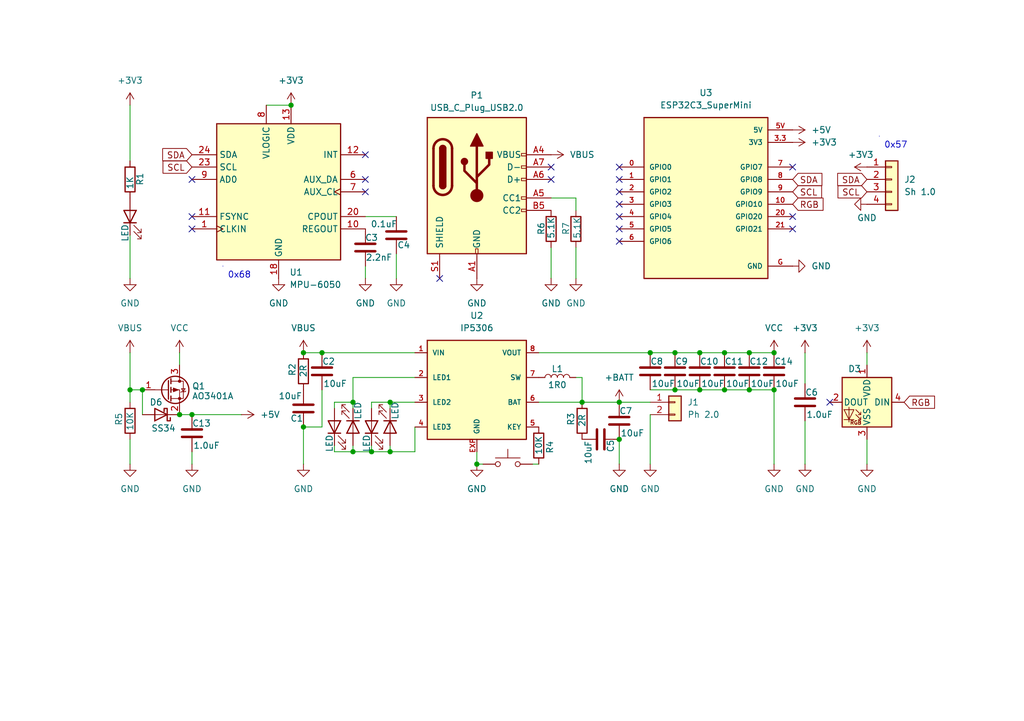
<source format=kicad_sch>
(kicad_sch (version 20231120) (generator "eeschema") (generator_version "8.0")
  (paper "A5")
  (lib_symbols
    (symbol "Connector:USB_C_Plug_USB2.0" (pin_names (offset 1.016))
      (property "Reference" "P1" (at 0 14.732 0))
      (property "Value" "USB_C_Plug_USB2.0" (at 0 12.192 0))
      (symbol "USB_C_Plug_USB2.0_0_0"
        (rectangle (start -0.254 -17.78) (end 0.254 -16.764))
        (rectangle (start 10.16 -8.636) (end 9.144 -9.144))
        (rectangle (start 10.16 -6.096) (end 9.144 -6.604))
        (rectangle (start 10.16 -2.286) (end 9.144 -2.794))
        (rectangle (start 10.16 0.254) (end 9.144 -0.254))
        (rectangle (start 10.16 2.794) (end 9.144 2.286))
      )
      (symbol "USB_C_Plug_USB2.0_0_1"
        (rectangle (start -10.16 10.16) (end 10.16 -17.78) (stroke (width 0.254)) (fill (type background)))
        (arc (start -8.89 -3.81) (mid -6.985 -5.7067) (end -5.08 -3.81) (stroke (width 0.508)))
        (arc (start -7.62 -3.81) (mid -6.985 -4.4423) (end -6.35 -3.81) (stroke (width 0.254)))
        (arc (start -7.62 -3.81) (mid -6.985 -4.4423) (end -6.35 -3.81) (stroke (width 0.254)) (fill (type outline)))
        (rectangle (start -7.62 -3.81) (end -6.35 3.81) (stroke (width 0.254)) (fill (type outline)))
        (arc (start -6.35 3.81) (mid -6.985 4.4423) (end -7.62 3.81) (stroke (width 0.254)))
        (arc (start -6.35 3.81) (mid -6.985 4.4423) (end -7.62 3.81) (stroke (width 0.254)) (fill (type outline)))
        (arc (start -5.08 3.81) (mid -6.985 5.7067) (end -8.89 3.81) (stroke (width 0.508)))
        (circle (center -2.54 1.143) (radius 0.635) (stroke (width 0.254)) (fill (type outline)))
        (circle (center 0 -5.842) (radius 1.27) (fill (type outline)))
        (polyline (pts (xy -8.89 -3.81) (xy -8.89 3.81)) (stroke (width 0.508)))
        (polyline (pts (xy -5.08 3.81) (xy -5.08 -3.81)) (stroke (width 0.508)))
        (polyline (pts (xy 0 -5.842) (xy 0 4.318)) (stroke (width 0.508)))
        (polyline (pts (xy 0 -3.302) (xy -2.54 -0.762) (xy -2.54 0.508)) (stroke (width 0.508)))
        (polyline (pts (xy 0 -2.032) (xy 2.54 0.508) (xy 2.54 1.778)) (stroke (width 0.508)))
        (polyline (pts (xy -1.27 4.318) (xy 0 6.858) (xy 1.27 4.318) (xy -1.27 4.318)) (stroke (width 0.254)) (fill (type outline)))
        (rectangle (start 1.905 1.778) (end 3.175 3.048) (stroke (width 0.254)) (fill (type outline)))
      )
      (symbol "USB_C_Plug_USB2.0_1_1"
        (pin passive line (at 0 -22.86 90) (length 5.08) (name "GND") (number "A1"))
        (pin passive line (at 0 -22.86 90) (length 5.08) hide (name "GND") (number "A12"))
        (pin passive line (at 15.24 2.54 180) (length 5.08) (name "VBUS") (number "A4"))
        (pin bidirectional line (at 15.24 -6.35 180) (length 5.08) (name "CC1") (number "A5"))
        (pin bidirectional line (at 15.24 -2.54 180) (length 5.08) (name "D+") (number "A6"))
        (pin bidirectional line (at 15.24 0 180) (length 5.08) (name "D-") (number "A7"))
        (pin passive line (at 15.24 2.54 180) (length 5.08) hide (name "VBUS") (number "A9"))
        (pin passive line (at 0 -22.86 90) (length 5.08) hide (name "GND") (number "B1"))
        (pin passive line (at 0 -22.86 90) (length 5.08) hide (name "GND") (number "B12"))
        (pin passive line (at 15.24 2.54 180) (length 5.08) hide (name "VBUS") (number "B4"))
        (pin bidirectional line (at 15.24 -8.89 180) (length 5.08) (name "CC2") (number "B5"))
        (pin passive line (at 15.24 2.54 180) (length 5.08) hide (name "VBUS") (number "B9"))
        (pin passive line (at -7.62 -22.86 90) (length 5.08) (name "SHIELD") (number "S1"))
      )
    )
    (symbol "Connector_Generic:Conn_01x02" (pin_names (offset 1.016) hide)
      (property "Reference" "J" (at 0 2.54 0))
      (property "Value" "Conn_01x02" (at 0 -5.08 0))
      (symbol "Conn_01x02_1_1"
        (rectangle (start -1.27 -2.413) (end 0 -2.667) (stroke (width 0.1524)))
        (rectangle (start -1.27 0.127) (end 0 -0.127) (stroke (width 0.1524)))
        (rectangle (start -1.27 1.27) (end 1.27 -3.81) (stroke (width 0.254)) (fill (type background)))
        (pin passive line (at -5.08 0 0) (length 3.81) (name "Pin_1") (number "1"))
        (pin passive line (at -5.08 -2.54 0) (length 3.81) (name "Pin_2") (number "2"))
      )
    )
    (symbol "Connector_Generic:Conn_01x04" (pin_names (offset 1.016) hide)
      (property "Reference" "J" (at 0 5.08 0))
      (property "Value" "Conn_01x04" (at 0 -7.62 0))
      (symbol "Conn_01x04_1_1"
        (rectangle (start -1.27 -4.953) (end 0 -5.207) (stroke (width 0.1524)))
        (rectangle (start -1.27 -2.413) (end 0 -2.667) (stroke (width 0.1524)))
        (rectangle (start -1.27 0.127) (end 0 -0.127) (stroke (width 0.1524)))
        (rectangle (start -1.27 2.667) (end 0 2.413) (stroke (width 0.1524)))
        (rectangle (start -1.27 3.81) (end 1.27 -6.35) (stroke (width 0.254)) (fill (type background)))
        (pin passive line (at -5.08 2.54 0) (length 3.81) (name "Pin_1") (number "1"))
        (pin passive line (at -5.08 0 0) (length 3.81) (name "Pin_2") (number "2"))
        (pin passive line (at -5.08 -2.54 0) (length 3.81) (name "Pin_3") (number "3"))
        (pin passive line (at -5.08 -5.08 0) (length 3.81) (name "Pin_4") (number "4"))
      )
    )
    (symbol "Custom:ESP32C3_SuperMini" (pin_names (offset 1.016))
      (property "Reference" "U" (at -12.7 16.002 0))
      (property "Value" "ESP32C3_SuperMini" (at -9.652 -20.32 0))
      (symbol "ESP32C3_SuperMini_0_0"
        (rectangle (start -12.7 -17.78) (end 12.7 15.24) (stroke (width 0.254)) (fill (type background)))
        (pin bidirectional line (at -17.78 5.08 0) (length 5.08) (name "GPIO0") (number "0"))
        (pin bidirectional line (at -17.78 2.54 0) (length 5.08) (name "GPIO1") (number "1"))
        (pin bidirectional line (at 17.78 -2.54 180) (length 5.08) (name "GPIO10") (number "10"))
        (pin bidirectional line (at -17.78 0 0) (length 5.08) (name "GPIO2") (number "2"))
        (pin bidirectional line (at 17.78 -5.08 180) (length 5.08) (name "GPIO20") (number "20"))
        (pin bidirectional line (at 17.78 -7.62 180) (length 5.08) (name "GPIO21") (number "21"))
        (pin bidirectional line (at -17.78 -2.54 0) (length 5.08) (name "GPIO3") (number "3"))
        (pin power_in line (at 17.78 10.16 180) (length 5.08) (name "3V3") (number "3.3"))
        (pin bidirectional line (at -17.78 -5.08 0) (length 5.08) (name "GPIO4") (number "4"))
        (pin bidirectional line (at -17.78 -7.62 0) (length 5.08) (name "GPIO5") (number "5"))
        (pin power_in line (at 17.78 12.7 180) (length 5.08) (name "5V") (number "5V"))
        (pin bidirectional line (at -17.78 -10.16 0) (length 5.08) (name "GPIO6") (number "6"))
        (pin bidirectional line (at 17.78 5.08 180) (length 5.08) (name "GPIO7") (number "7"))
        (pin bidirectional line (at 17.78 2.54 180) (length 5.08) (name "GPIO8") (number "8"))
        (pin bidirectional line (at 17.78 0 180) (length 5.08) (name "GPIO9") (number "9"))
        (pin power_in line (at 17.78 -15.24 180) (length 5.08) (name "GND") (number "G"))
      )
    )
    (symbol "Custom:IP5306" (pin_names (offset 1.016))
      (property "Reference" "U" (at -10.16 10.922 0))
      (property "Value" "IP5306" (at 2.54 -12.7 0))
      (symbol "IP5306_0_0"
        (rectangle (start -10.16 -10.16) (end 10.16 10.16) (stroke (width 0.254)) (fill (type background)))
        (pin bidirectional line (at -12.7 7.62 0) (length 2.54) (name "VIN") (number "1"))
        (pin bidirectional line (at -12.7 2.54 0) (length 2.54) (name "LED1") (number "2"))
        (pin bidirectional line (at -12.7 -2.54 0) (length 2.54) (name "LED2") (number "3"))
        (pin bidirectional line (at -12.7 -7.62 0) (length 2.54) (name "LED3") (number "4"))
        (pin bidirectional line (at 12.7 -7.62 180) (length 2.54) (name "KEY") (number "5"))
        (pin bidirectional line (at 12.7 -2.54 180) (length 2.54) (name "BAT") (number "6"))
        (pin bidirectional line (at 12.7 2.54 180) (length 2.54) (name "SW") (number "7"))
        (pin bidirectional line (at 12.7 7.62 180) (length 2.54) (name "VOUT") (number "8"))
        (pin bidirectional line (at 0 -12.7 90) (length 2.54) (name "GND") (number "EXP"))
      )
    )
    (symbol "Device:C" (pin_numbers hide) (pin_names (offset 0.254))
      (property "Reference" "C" (at 0.635 2.54 0))
      (property "Value" "C" (at 0.635 -2.54 0))
      (symbol "C_0_1"
        (polyline (pts (xy -2.032 -0.762) (xy 2.032 -0.762)) (stroke (width 0.508)))
        (polyline (pts (xy -2.032 0.762) (xy 2.032 0.762)) (stroke (width 0.508)))
      )
      (symbol "C_1_1"
        (pin passive line (at 0 3.81 270) (length 2.794) (name "~") (number "1"))
        (pin passive line (at 0 -3.81 90) (length 2.794) (name "~") (number "2"))
      )
    )
    (symbol "Device:L" (pin_numbers hide) (pin_names (offset 1.016) hide)
      (property "Reference" "L" (at -1.27 0 90))
      (property "Value" "L" (at 1.905 0 90))
      (symbol "L_0_1"
        (arc (start 0 -2.54) (mid 0.6323 -1.905) (end 0 -1.27))
        (arc (start 0 -1.27) (mid 0.6323 -0.635) (end 0 0))
        (arc (start 0 0) (mid 0.6323 0.635) (end 0 1.27))
        (arc (start 0 1.27) (mid 0.6323 1.905) (end 0 2.54))
      )
      (symbol "L_1_1"
        (pin passive line (at 0 3.81 270) (length 1.27) (name "1") (number "1"))
        (pin passive line (at 0 -3.81 90) (length 1.27) (name "2") (number "2"))
      )
    )
    (symbol "Device:LED" (pin_numbers hide) (pin_names (offset 1.016) hide)
      (property "Reference" "D" (at 0 2.54 0))
      (property "Value" "LED" (at 0 -2.54 0))
      (symbol "LED_0_1"
        (polyline (pts (xy -1.27 -1.27) (xy -1.27 1.27)) (stroke (width 0.254)))
        (polyline (pts (xy -1.27 0) (xy 1.27 0)))
        (polyline (pts (xy 1.27 -1.27) (xy 1.27 1.27) (xy -1.27 0) (xy 1.27 -1.27)) (stroke (width 0.254)))
        (polyline (pts (xy -3.048 -0.762) (xy -4.572 -2.286) (xy -3.81 -2.286) (xy -4.572 -2.286) (xy -4.572 -1.524)))
        (polyline (pts (xy -1.778 -0.762) (xy -3.302 -2.286) (xy -2.54 -2.286) (xy -3.302 -2.286) (xy -3.302 -1.524)))
      )
      (symbol "LED_1_1"
        (pin passive line (at -3.81 0 0) (length 2.54) (name "K") (number "1"))
        (pin passive line (at 3.81 0 180) (length 2.54) (name "A") (number "2"))
      )
    )
    (symbol "Device:R" (pin_numbers hide) (pin_names (offset 0))
      (property "Reference" "R" (at 2.032 0 90))
      (property "Value" "R" (at 0 0 90))
      (symbol "R_0_1"
        (rectangle (start -1.016 -2.54) (end 1.016 2.54) (stroke (width 0.254)))
      )
      (symbol "R_1_1"
        (pin passive line (at 0 3.81 270) (length 1.27) (name "~") (number "1"))
        (pin passive line (at 0 -3.81 90) (length 1.27) (name "~") (number "2"))
      )
    )
    (symbol "Diode:SS34" (pin_numbers hide) (pin_names (offset 1.016) hide)
      (property "Reference" "D" (at 0 2.54 0))
      (property "Value" "SS34" (at 0 -2.54 0))
      (symbol "SS34_0_1"
        (polyline (pts (xy 1.27 0) (xy -1.27 0)))
        (polyline (pts (xy 1.27 1.27) (xy 1.27 -1.27) (xy -1.27 0) (xy 1.27 1.27)) (stroke (width 0.254)))
        (polyline (pts (xy -1.905 0.635) (xy -1.905 1.27) (xy -1.27 1.27) (xy -1.27 -1.27) (xy -0.635 -1.27) (xy -0.635 -0.635)) (stroke (width 0.254)))
      )
      (symbol "SS34_1_1"
        (pin passive line (at -3.81 0 0) (length 2.54) (name "K") (number "1"))
        (pin passive line (at 3.81 0 180) (length 2.54) (name "A") (number "2"))
      )
    )
    (symbol "LED:WS2812B" (pin_names (offset 0.254))
      (property "Reference" "D" (at 5.08 5.715 0))
      (property "Value" "WS2812B" (at 1.27 -5.715 0))
      (symbol "WS2812B_0_0"
        (text "RGB" (at 2.286 -4.191 0) (effects (font (size 0.762 0.762))))
      )
      (symbol "WS2812B_0_1"
        (polyline (pts (xy 1.27 -3.556) (xy 1.778 -3.556)))
        (polyline (pts (xy 1.27 -2.54) (xy 1.778 -2.54)))
        (polyline (pts (xy 4.699 -3.556) (xy 2.667 -3.556)))
        (polyline (pts (xy 2.286 -2.54) (xy 1.27 -3.556) (xy 1.27 -3.048)))
        (polyline (pts (xy 2.286 -1.524) (xy 1.27 -2.54) (xy 1.27 -2.032)))
        (polyline (pts (xy 3.683 -1.016) (xy 3.683 -3.556) (xy 3.683 -4.064)))
        (polyline (pts (xy 4.699 -1.524) (xy 2.667 -1.524) (xy 3.683 -3.556) (xy 4.699 -1.524)))
        (rectangle (start 5.08 5.08) (end -5.08 -5.08) (stroke (width 0.254)) (fill (type background)))
      )
      (symbol "WS2812B_1_1"
        (pin power_in line (at 0 7.62 270) (length 2.54) (name "VDD") (number "1"))
        (pin output line (at 7.62 0 180) (length 2.54) (name "DOUT") (number "2"))
        (pin power_in line (at 0 -7.62 90) (length 2.54) (name "VSS") (number "3"))
        (pin input line (at -7.62 0 0) (length 2.54) (name "DIN") (number "4"))
      )
    )
    (symbol "Sensor_Motion:MPU-6050"
      (property "Reference" "U" (at -11.43 13.97 0))
      (property "Value" "MPU-6050" (at 7.62 -15.24 0))
      (symbol "MPU-6050_0_0"
        (text "" (at 12.7 -2.54 0) (effects (font (size 1.27 1.27))))
      )
      (symbol "MPU-6050_0_1"
        (rectangle (start -12.7 13.97) (end 12.7 -13.97) (stroke (width 0.254)) (fill (type background)))
      )
      (symbol "MPU-6050_1_1"
        (pin input clock (at -17.78 -7.62 0) (length 5.08) (name "CLKIN") (number "1"))
        (pin passive line (at 17.78 -7.62 180) (length 5.08) (name "REGOUT") (number "10"))
        (pin input line (at -17.78 -5.08 0) (length 5.08) (name "FSYNC") (number "11"))
        (pin output line (at 17.78 7.62 180) (length 5.08) (name "INT") (number "12"))
        (pin power_in line (at 2.54 17.78 270) (length 3.81) (name "VDD") (number "13"))
        (pin no_connect line (at -12.7 -10.16 0) (length 2.54) hide (name "NC") (number "14"))
        (pin no_connect line (at 12.7 12.7 180) (length 2.54) hide (name "NC") (number "15"))
        (pin no_connect line (at 12.7 10.16 180) (length 2.54) hide (name "NC") (number "16"))
        (pin no_connect line (at 12.7 5.08 180) (length 2.54) hide (name "NC") (number "17"))
        (pin power_in line (at 0 -17.78 90) (length 3.81) (name "GND") (number "18"))
        (pin no_connect line (at 12.7 -10.16 180) (length 2.54) hide (name "RESV") (number "19"))
        (pin no_connect line (at -12.7 12.7 0) (length 2.54) hide (name "NC") (number "2"))
        (pin passive line (at 17.78 -5.08 180) (length 5.08) (name "CPOUT") (number "20"))
        (pin no_connect line (at 12.7 -2.54 180) (length 2.54) hide (name "RESV") (number "21"))
        (pin no_connect line (at 12.7 -12.7 180) (length 2.54) hide (name "RESV") (number "22"))
        (pin input line (at -17.78 5.08 0) (length 5.08) (name "SCL") (number "23"))
        (pin bidirectional line (at -17.78 7.62 0) (length 5.08) (name "SDA") (number "24"))
        (pin no_connect line (at -12.7 10.16 0) (length 2.54) hide (name "NC") (number "3"))
        (pin no_connect line (at -12.7 0 0) (length 2.54) hide (name "NC") (number "4"))
        (pin no_connect line (at -12.7 -2.54 0) (length 2.54) hide (name "NC") (number "5"))
        (pin bidirectional line (at 17.78 2.54 180) (length 5.08) (name "AUX_DA") (number "6"))
        (pin output clock (at 17.78 0 180) (length 5.08) (name "AUX_CL") (number "7"))
        (pin power_in line (at -2.54 17.78 270) (length 3.81) (name "VLOGIC") (number "8"))
        (pin input line (at -17.78 2.54 0) (length 5.08) (name "AD0") (number "9"))
      )
    )
    (symbol "Switch:SW_Push" (pin_numbers hide) (pin_names (offset 1.016) hide)
      (property "Reference" "SW" (at 1.27 2.54 0))
      (property "Value" "SW_Push" (at 0 -1.524 0))
      (symbol "SW_Push_0_1"
        (circle (center -2.032 0) (radius 0.508))
        (polyline (pts (xy 0 1.27) (xy 0 3.048)))
        (polyline (pts (xy 2.54 1.27) (xy -2.54 1.27)))
        (circle (center 2.032 0) (radius 0.508))
        (pin passive line (at -5.08 0 0) (length 2.54) (name "1") (number "1"))
        (pin passive line (at 5.08 0 180) (length 2.54) (name "2") (number "2"))
      )
    )
    (symbol "Transistor_FET:AO3401A" (pin_names hide)
      (property "Reference" "Q" (at 5.08 1.905 0))
      (property "Value" "AO3401A" (at 5.08 0 0))
      (symbol "AO3401A_0_1"
        (polyline (pts (xy 0.254 0) (xy -2.54 0)))
        (polyline (pts (xy 0.254 1.905) (xy 0.254 -1.905)) (stroke (width 0.254)))
        (polyline (pts (xy 0.762 -1.27) (xy 0.762 -2.286)) (stroke (width 0.254)))
        (polyline (pts (xy 0.762 0.508) (xy 0.762 -0.508)) (stroke (width 0.254)))
        (polyline (pts (xy 0.762 2.286) (xy 0.762 1.27)) (stroke (width 0.254)))
        (polyline (pts (xy 2.54 2.54) (xy 2.54 1.778)))
        (polyline (pts (xy 2.54 -2.54) (xy 2.54 0) (xy 0.762 0)))
        (polyline (pts (xy 0.762 1.778) (xy 3.302 1.778) (xy 3.302 -1.778) (xy 0.762 -1.778)))
        (polyline (pts (xy 2.286 0) (xy 1.27 0.381) (xy 1.27 -0.381) (xy 2.286 0)) (fill (type outline)))
        (polyline (pts (xy 2.794 -0.508) (xy 2.921 -0.381) (xy 3.683 -0.381) (xy 3.81 -0.254)))
        (polyline (pts (xy 3.302 -0.381) (xy 2.921 0.254) (xy 3.683 0.254) (xy 3.302 -0.381)))
        (circle (center 1.651 0) (radius 2.794) (stroke (width 0.254)))
        (circle (center 2.54 -1.778) (radius 0.254) (fill (type outline)))
        (circle (center 2.54 1.778) (radius 0.254) (fill (type outline)))
      )
      (symbol "AO3401A_1_1"
        (pin input line (at -5.08 0 0) (length 2.54) (name "G") (number "1"))
        (pin passive line (at 2.54 -5.08 90) (length 2.54) (name "S") (number "2"))
        (pin passive line (at 2.54 5.08 270) (length 2.54) (name "D") (number "3"))
      )
    )
    (symbol "power:+3V3" (power) (pin_numbers hide) (pin_names (offset 0) hide)
      (property "Value" "+3V3" (at 0 3.556 0))
      (symbol "+3V3_0_1"
        (polyline (pts (xy -0.762 1.27) (xy 0 2.54)))
        (polyline (pts (xy 0 0) (xy 0 2.54)))
        (polyline (pts (xy 0 2.54) (xy 0.762 1.27)))
      )
      (symbol "+3V3_1_1"
        (pin power_in line (at 0 0 90) (length 0) (name "~") (number "1"))
      )
    )
    (symbol "power:+5V" (power) (pin_numbers hide) (pin_names (offset 0) hide)
      (property "Value" "+5V" (at 0 3.556 0))
      (symbol "+5V_0_1"
        (polyline (pts (xy -0.762 1.27) (xy 0 2.54)))
        (polyline (pts (xy 0 0) (xy 0 2.54)))
        (polyline (pts (xy 0 2.54) (xy 0.762 1.27)))
      )
      (symbol "+5V_1_1"
        (pin power_in line (at 0 0 90) (length 0) (name "~") (number "1"))
      )
    )
    (symbol "power:+BATT" (power) (pin_numbers hide) (pin_names (offset 0) hide)
      (property "Value" "+BATT" (at 0 3.556 0))
      (symbol "+BATT_0_1"
        (polyline (pts (xy -0.762 1.27) (xy 0 2.54)))
        (polyline (pts (xy 0 0) (xy 0 2.54)))
        (polyline (pts (xy 0 2.54) (xy 0.762 1.27)))
      )
      (symbol "+BATT_1_1"
        (pin power_in line (at 0 0 90) (length 0) (name "~") (number "1"))
      )
    )
    (symbol "power:GND" (power) (pin_numbers hide) (pin_names (offset 0) hide)
      (property "Value" "GND" (at 0 -3.81 0))
      (symbol "GND_0_1"
        (polyline (pts (xy 0 0) (xy 0 -1.27) (xy 1.27 -1.27) (xy 0 -2.54) (xy -1.27 -1.27) (xy 0 -1.27)))
      )
      (symbol "GND_1_1"
        (pin power_in line (at 0 0 270) (length 0) (name "~") (number "1"))
      )
    )
    (symbol "power:VBUS" (power) (pin_numbers hide) (pin_names (offset 0) hide)
      (property "Value" "VBUS" (at 0 3.556 0))
      (symbol "VBUS_0_1"
        (polyline (pts (xy -0.762 1.27) (xy 0 2.54)))
        (polyline (pts (xy 0 0) (xy 0 2.54)))
        (polyline (pts (xy 0 2.54) (xy 0.762 1.27)))
      )
      (symbol "VBUS_1_1"
        (pin power_in line (at 0 0 90) (length 0) (name "~") (number "1"))
      )
    )
    (symbol "power:VCC" (power) (pin_numbers hide) (pin_names (offset 0) hide)
      (property "Value" "VCC" (at 0 3.556 0))
      (symbol "VCC_0_1"
        (polyline (pts (xy -0.762 1.27) (xy 0 2.54)))
        (polyline (pts (xy 0 0) (xy 0 2.54)))
        (polyline (pts (xy 0 2.54) (xy 0.762 1.27)))
      )
      (symbol "VCC_1_1"
        (pin power_in line (at 0 0 90) (length 0) (name "~") (number "1"))
      )
    )
  )
  (junction (at 76.2 92.71))
  (junction (at 66.04 72.39))
  (junction (at 153.67 80.01))
  (junction (at 158.75 80.01))
  (junction (at 119.38 82.55))
  (junction (at 36.83 85.09))
  (junction (at 72.39 82.55))
  (junction (at 158.75 72.39))
  (junction (at 39.37 85.09))
  (junction (at 80.01 92.71))
  (junction (at 148.59 80.01))
  (junction (at 59.69 21.59))
  (junction (at 143.51 72.39))
  (junction (at 62.23 72.39))
  (junction (at 127 90.17))
  (junction (at 72.39 92.71))
  (junction (at 138.43 72.39))
  (junction (at 133.35 72.39))
  (junction (at 80.01 82.55))
  (junction (at 127 82.55))
  (junction (at 138.43 80.01))
  (junction (at 143.51 80.01))
  (junction (at 153.67 72.39))
  (junction (at 97.79 95.25))
  (junction (at 26.67 80.01))
  (junction (at 148.59 72.39))
  (junction (at 62.23 87.63))
  (junction (at 29.21 80.01))
  (no_connect (at 113.03 36.83))
  (no_connect (at 127 46.99))
  (no_connect (at 162.56 46.99))
  (no_connect (at 39.37 44.45))
  (no_connect (at 74.93 31.75))
  (no_connect (at 74.93 36.83))
  (no_connect (at 127 34.29))
  (no_connect (at 127 36.83))
  (no_connect (at 39.37 36.83))
  (no_connect (at 162.56 44.45))
  (no_connect (at 162.56 34.29))
  (no_connect (at 90.17 57.15))
  (no_connect (at 170.18 82.55))
  (no_connect (at 127 44.45))
  (no_connect (at 113.03 34.29))
  (no_connect (at 127 49.53))
  (no_connect (at 127 39.37))
  (no_connect (at 127 41.91))
  (no_connect (at 39.37 46.99))
  (no_connect (at 74.93 39.37))
  (wire (pts (xy 68.58 92.71) (xy 72.39 92.71)))
  (wire (pts (xy 148.59 80.01) (xy 153.67 80.01)))
  (wire (pts (xy 26.67 72.39) (xy 26.67 80.01)))
  (wire (pts (xy 76.2 83.82) (xy 76.2 82.55)))
  (wire (pts (xy 76.2 82.55) (xy 80.01 82.55)))
  (wire (pts (xy 29.21 80.01) (xy 29.21 85.09)))
  (wire (pts (xy 119.38 82.55) (xy 127 82.55)))
  (wire (pts (xy 76.2 92.71) (xy 72.39 92.71)))
  (wire (pts (xy 85.09 77.47) (xy 72.39 77.47)))
  (wire (pts (xy 138.43 80.01) (xy 143.51 80.01)))
  (wire (pts (xy 165.1 86.36) (xy 165.1 95.25)))
  (wire (pts (xy 80.01 92.71) (xy 76.2 92.71)))
  (wire (pts (xy 85.09 92.71) (xy 80.01 92.71)))
  (wire (pts (xy 36.83 72.39) (xy 36.83 74.93)))
  (wire (pts (xy 113.03 50.8) (xy 113.03 57.15)))
  (wire (pts (xy 26.67 82.55) (xy 26.67 80.01)))
  (wire (pts (xy 158.75 95.25) (xy 158.75 80.01)))
  (wire (pts (xy 127 82.55) (xy 133.35 82.55)))
  (wire (pts (xy 26.67 95.25) (xy 26.67 90.17)))
  (wire (pts (xy 153.67 80.01) (xy 158.75 80.01)))
  (wire (pts (xy 66.04 72.39) (xy 85.09 72.39)))
  (wire (pts (xy 118.11 77.47) (xy 119.38 77.47)))
  (wire (pts (xy 80.01 82.55) (xy 85.09 82.55)))
  (wire (pts (xy 127 95.25) (xy 127 90.17)))
  (wire (pts (xy 72.39 82.55) (xy 72.39 83.82)))
  (wire (pts (xy 133.35 72.39) (xy 138.43 72.39)))
  (wire (pts (xy 97.79 95.25) (xy 97.79 92.71)))
  (wire (pts (xy 97.79 95.25) (xy 99.06 95.25)))
  (wire (pts (xy 118.11 40.64) (xy 113.03 40.64)))
  (wire (pts (xy 80.01 91.44) (xy 80.01 92.71)))
  (wire (pts (xy 110.49 72.39) (xy 133.35 72.39)))
  (wire (pts (xy 26.67 21.59) (xy 26.67 33.02)))
  (wire (pts (xy 62.23 95.25) (xy 62.23 87.63)))
  (wire (pts (xy 54.61 21.59) (xy 59.69 21.59)))
  (wire (pts (xy 68.58 91.44) (xy 68.58 92.71)))
  (wire (pts (xy 177.8 90.17) (xy 177.8 95.25)))
  (wire (pts (xy 68.58 83.82) (xy 68.58 82.55)))
  (wire (pts (xy 72.39 77.47) (xy 72.39 82.55)))
  (wire (pts (xy 36.83 85.09) (xy 39.37 85.09)))
  (wire (pts (xy 68.58 82.55) (xy 72.39 82.55)))
  (wire (pts (xy 143.51 72.39) (xy 148.59 72.39)))
  (wire (pts (xy 165.1 72.39) (xy 165.1 78.74)))
  (wire (pts (xy 133.35 95.25) (xy 133.35 85.09)))
  (wire (pts (xy 26.67 80.01) (xy 29.21 80.01)))
  (wire (pts (xy 148.59 72.39) (xy 153.67 72.39)))
  (wire (pts (xy 118.11 43.18) (xy 118.11 40.64)))
  (wire (pts (xy 39.37 95.25) (xy 39.37 92.71)))
  (wire (pts (xy 118.11 57.15) (xy 118.11 50.8)))
  (wire (pts (xy 81.28 44.45) (xy 74.93 44.45)))
  (wire (pts (xy 26.67 57.15) (xy 26.67 48.26)))
  (wire (pts (xy 85.09 87.63) (xy 85.09 92.71)))
  (wire (pts (xy 80.01 82.55) (xy 80.01 83.82)))
  (wire (pts (xy 81.28 57.15) (xy 81.28 52.07)))
  (wire (pts (xy 143.51 80.01) (xy 148.59 80.01)))
  (wire (pts (xy 177.8 72.39) (xy 177.8 74.93)))
  (wire (pts (xy 76.2 91.44) (xy 76.2 92.71)))
  (wire (pts (xy 66.04 87.63) (xy 62.23 87.63)))
  (wire (pts (xy 110.49 82.55) (xy 119.38 82.55)))
  (wire (pts (xy 133.35 80.01) (xy 138.43 80.01)))
  (wire (pts (xy 138.43 72.39) (xy 143.51 72.39)))
  (wire (pts (xy 109.22 95.25) (xy 110.49 95.25)))
  (wire (pts (xy 153.67 72.39) (xy 158.75 72.39)))
  (wire (pts (xy 72.39 92.71) (xy 72.39 91.44)))
  (wire (pts (xy 62.23 72.39) (xy 66.04 72.39)))
  (wire (pts (xy 119.38 77.47) (xy 119.38 82.55)))
  (wire (pts (xy 49.53 85.09) (xy 39.37 85.09)))
  (wire (pts (xy 74.93 57.15) (xy 74.93 54.61)))
  (wire (pts (xy 66.04 80.01) (xy 66.04 87.63)))
  (text_box "0x57" (at 180.34 27.94 0) (size 0 0) (effects (font (size 1.27 1.27)) (justify left top)))
  (text_box "0x68" (at 45.72 54.61 0) (size 0 0) (effects (font (size 1.27 1.27)) (justify left top)))
  (global_label "SDA" (shape input) (at 177.8 36.83 180) (property "Intersheetrefs" "${INTERSHEET_REFS}" (effects (hide yes))))
  (global_label "SCL" (shape input) (at 39.37 34.29 180) (property "Intersheetrefs" "${INTERSHEET_REFS}" (effects (hide yes))))
  (global_label "SDA" (shape input) (at 162.56 36.83 0) (property "Intersheetrefs" "${INTERSHEET_REFS}" (effects (hide yes))))
  (global_label "SDA" (shape input) (at 39.37 31.75 180) (property "Intersheetrefs" "${INTERSHEET_REFS}" (effects (hide yes))))
  (global_label "RGB" (shape input) (at 185.42 82.55 0) (property "Intersheetrefs" "${INTERSHEET_REFS}" (effects (hide yes))))
  (global_label "RGB" (shape input) (at 162.56 41.91 0) (property "Intersheetrefs" "${INTERSHEET_REFS}" (effects (hide yes))))
  (global_label "SCL" (shape input) (at 177.8 39.37 180) (property "Intersheetrefs" "${INTERSHEET_REFS}" (effects (hide yes))))
  (global_label "SCL" (shape input) (at 162.56 39.37 0) (property "Intersheetrefs" "${INTERSHEET_REFS}" (effects (hide yes))))
  (symbol (lib_id "Device:C") (at 143.51 76.2 0) (unit 1)
    (property "Reference" "C10" (at 143.51 74.168 0) (effects (justify left)))
    (property "Value" "10uF" (at 143.764 78.74 0) (effects (justify left)))
    (property "Footprint" "Capacitor_SMD:C_0402_1005Metric_Pad0.74x0.62mm_HandSolder" (effects (hide yes)))
    (property "Description" "Unpolarized capacitor" (effects (hide yes)))
  )
  (symbol (lib_id "power:VBUS") (at 113.03 31.75 270) (unit 1)
    (property "Reference" "#PWR031" (effects (hide yes)))
    (property "Value" "VBUS" (at 116.84 31.7499 90) (effects (justify left)))
    (property "Description" "Power symbol creates a global label with name \"VBUS\"" (effects (hide yes)))
  )
  (symbol (lib_id "Device:LED") (at 72.39 87.63 270) (unit 1)
    (property "Reference" "D4" (effects (hide yes)))
    (property "Value" "LED" (at 73.406 86.106 0) (effects (justify right)))
    (property "Footprint" "LED_SMD:LED_0402_1005Metric_Pad0.77x0.64mm_HandSolder" (effects (hide yes)))
    (property "Description" "Light emitting diode" (effects (hide yes)))
  )
  (symbol (lib_id "Sensor_Motion:MPU-6050") (at 57.15 39.37 0) (unit 1)
    (property "Reference" "U1" (at 59.3441 55.88 0) (effects (justify left)))
    (property "Value" "MPU-6050" (at 59.3441 58.42 0) (effects (justify left)))
    (property "Footprint" "Sensor_Motion:InvenSense_QFN-24_4x4mm_P0.5mm" (effects (hide yes)))
    (property "Datasheet" "https://invensense.tdk.com/wp-content/uploads/2015/02/MPU-6000-Datasheet1.pdf" (effects (hide yes)))
    (property "Description" "InvenSense 6-Axis Motion Sensor, Gyroscope, Accelerometer, I2C" (effects (hide yes)))
  )
  (symbol (lib_id "power:GND") (at 26.67 57.15 0) (unit 1)
    (property "Reference" "#PWR02" (effects (hide yes)))
    (property "Value" "GND" (at 26.67 62.23 0))
    (property "Description" "Power symbol creates a global label with name \"GND\" , ground" (effects (hide yes)))
  )
  (symbol (lib_id "power:VCC") (at 158.75 72.39 0) (unit 1)
    (property "Reference" "#PWR020" (effects (hide yes)))
    (property "Value" "VCC" (at 158.75 67.31 0))
    (property "Description" "Power symbol creates a global label with name \"VCC\"" (effects (hide yes)))
  )
  (symbol (lib_id "power:GND") (at 62.23 95.25 0) (unit 1)
    (property "Reference" "#PWR04" (effects (hide yes)))
    (property "Value" "GND" (at 62.23 100.33 0))
    (property "Description" "Power symbol creates a global label with name \"GND\" , ground" (effects (hide yes)))
  )
  (symbol (lib_id "Device:LED") (at 76.2 87.63 90) (unit 1)
    (property "Reference" "D5" (effects (hide yes)))
    (property "Value" "LED" (at 75.184 89.154 0) (effects (justify right)))
    (property "Footprint" "LED_SMD:LED_0402_1005Metric_Pad0.77x0.64mm_HandSolder" (effects (hide yes)))
    (property "Description" "Light emitting diode" (effects (hide yes)))
  )
  (symbol (lib_id "Device:C") (at 62.23 83.82 180) (unit 1)
    (property "Reference" "C1" (at 62.23 85.852 0) (effects (justify left)))
    (property "Value" "10uF" (at 61.976 81.28 0) (effects (justify left)))
    (property "Footprint" "Capacitor_SMD:C_0402_1005Metric_Pad0.74x0.62mm_HandSolder" (effects (hide yes)))
    (property "Description" "Unpolarized capacitor" (effects (hide yes)))
  )
  (symbol (lib_id "Device:LED") (at 80.01 87.63 270) (unit 1)
    (property "Reference" "D7" (effects (hide yes)))
    (property "Value" "LED" (at 81.026 86.106 0) (effects (justify right)))
    (property "Footprint" "LED_SMD:LED_0402_1005Metric_Pad0.77x0.64mm_HandSolder" (effects (hide yes)))
    (property "Description" "Light emitting diode" (effects (hide yes)))
  )
  (symbol (lib_id "Connector_Generic:Conn_01x04") (at 182.88 36.83 0) (unit 1)
    (property "Reference" "J2" (at 185.42 36.8299 0) (effects (justify left)))
    (property "Value" "Sh 1.0" (at 185.42 39.3699 0) (effects (justify left)))
    (property "Footprint" "Connector_JST:JST_SH_SM04B-SRSS-TB_1x04-1MP_P1.00mm_Horizontal" (effects (hide yes)))
    (property "Description" "Generic connector, single row, 01x04, script generated (kicad-library-utils/schlib/autogen/connector/)" (effects (hide yes)))
  )
  (symbol (lib_id "power:GND") (at 127 95.25 0) (unit 1)
    (property "Reference" "#PWR010" (effects (hide yes)))
    (property "Value" "GND" (at 127 100.33 0))
    (property "Description" "Power symbol creates a global label with name \"GND\" , ground" (effects (hide yes)))
  )
  (symbol (lib_id "Device:C") (at 39.37 88.9 0) (unit 1)
    (property "Reference" "C13" (at 39.37 86.868 0) (effects (justify left)))
    (property "Value" "1.0uF" (at 39.624 91.44 0) (effects (justify left)))
    (property "Footprint" "Capacitor_SMD:C_0402_1005Metric_Pad0.74x0.62mm_HandSolder" (effects (hide yes)))
    (property "Description" "Unpolarized capacitor" (effects (hide yes)))
  )
  (symbol (lib_id "Device:LED") (at 68.58 87.63 90) (unit 1)
    (property "Reference" "D2" (effects (hide yes)))
    (property "Value" "LED" (at 67.564 89.154 0) (effects (justify right)))
    (property "Footprint" "LED_SMD:LED_0402_1005Metric_Pad0.77x0.64mm_HandSolder" (effects (hide yes)))
    (property "Description" "Light emitting diode" (effects (hide yes)))
  )
  (symbol (lib_id "power:GND") (at 165.1 95.25 0) (unit 1)
    (property "Reference" "#PWR037" (effects (hide yes)))
    (property "Value" "GND" (at 165.1 100.33 0))
    (property "Description" "Power symbol creates a global label with name \"GND\" , ground" (effects (hide yes)))
  )
  (symbol (lib_id "Device:R") (at 26.67 36.83 0) (unit 1)
    (property "Reference" "R1" (at 28.702 38.1 90) (effects (justify left)))
    (property "Value" "1K" (at 26.67 38.862 90) (effects (justify left)))
    (property "Footprint" "Resistor_SMD:R_0402_1005Metric_Pad0.72x0.64mm_HandSolder" (effects (hide yes)))
    (property "Description" "Resistor" (effects (hide yes)))
  )
  (symbol (lib_id "power:+3V3") (at 165.1 72.39 0) (mirror y) (unit 1)
    (property "Reference" "#PWR036" (effects (hide yes)))
    (property "Value" "+3V3" (at 165.1 67.31 0))
    (property "Description" "Power symbol creates a global label with name \"+3V3\"" (effects (hide yes)))
  )
  (symbol (lib_id "power:VBUS") (at 62.23 72.39 0) (unit 1)
    (property "Reference" "#PWR09" (effects (hide yes)))
    (property "Value" "VBUS" (at 62.23 67.31 0))
    (property "Description" "Power symbol creates a global label with name \"VBUS\"" (effects (hide yes)))
  )
  (symbol (lib_id "power:+3V3") (at 162.56 29.21 270) (unit 1)
    (property "Reference" "#PWR016" (effects (hide yes)))
    (property "Value" "+3V3" (at 166.37 29.2099 90) (effects (justify left)))
    (property "Description" "Power symbol creates a global label with name \"+3V3\"" (effects (hide yes)))
  )
  (symbol (lib_id "Device:C") (at 123.19 90.17 270) (unit 1)
    (property "Reference" "C5" (at 125.222 90.17 0) (effects (justify left)))
    (property "Value" "10uF" (at 120.65 90.424 0) (effects (justify left)))
    (property "Footprint" "Capacitor_SMD:C_0402_1005Metric_Pad0.74x0.62mm_HandSolder" (effects (hide yes)))
    (property "Description" "Unpolarized capacitor" (effects (hide yes)))
  )
  (symbol (lib_id "Device:C") (at 148.59 76.2 0) (unit 1)
    (property "Reference" "C11" (at 148.59 74.168 0) (effects (justify left)))
    (property "Value" "10uF" (at 148.844 78.74 0) (effects (justify left)))
    (property "Footprint" "Capacitor_SMD:C_0402_1005Metric_Pad0.74x0.62mm_HandSolder" (effects (hide yes)))
    (property "Description" "Unpolarized capacitor" (effects (hide yes)))
  )
  (symbol (lib_id "Device:R") (at 118.11 46.99 0) (unit 1)
    (property "Reference" "R7" (at 116.078 48.26 90) (effects (justify left)))
    (property "Value" "5.1K" (at 118.364 49.022 90) (effects (justify left)))
    (property "Footprint" "Resistor_SMD:R_0402_1005Metric_Pad0.72x0.64mm_HandSolder" (effects (hide yes)))
    (property "Description" "Resistor" (effects (hide yes)))
  )
  (symbol (lib_id "Device:C") (at 74.93 50.8 180) (unit 1)
    (property "Reference" "C3" (at 76.2 48.768 0))
    (property "Value" "2.2nF" (at 77.724 52.832 0))
    (property "Footprint" "Capacitor_SMD:C_0402_1005Metric_Pad0.74x0.62mm_HandSolder" (effects (hide yes)))
    (property "Description" "Unpolarized capacitor" (effects (hide yes)))
  )
  (symbol (lib_id "power:+5V") (at 49.53 85.09 270) (unit 1)
    (property "Reference" "#PWR014" (effects (hide yes)))
    (property "Value" "+5V" (at 53.34 85.0899 90) (effects (justify left)))
    (property "Description" "Power symbol creates a global label with name \"+5V\"" (effects (hide yes)))
  )
  (symbol (lib_id "power:GND") (at 39.37 95.25 0) (unit 1)
    (property "Reference" "#PWR025" (effects (hide yes)))
    (property "Value" "GND" (at 39.37 100.33 0))
    (property "Description" "Power symbol creates a global label with name \"GND\" , ground" (effects (hide yes)))
  )
  (symbol (lib_id "Device:C") (at 138.43 76.2 0) (unit 1)
    (property "Reference" "C9" (at 138.43 74.168 0) (effects (justify left)))
    (property "Value" "10uF" (at 138.684 78.74 0) (effects (justify left)))
    (property "Footprint" "Capacitor_SMD:C_0402_1005Metric_Pad0.74x0.62mm_HandSolder" (effects (hide yes)))
    (property "Description" "Unpolarized capacitor" (effects (hide yes)))
  )
  (symbol (lib_id "power:VCC") (at 36.83 72.39 0) (unit 1)
    (property "Reference" "#PWR022" (effects (hide yes)))
    (property "Value" "VCC" (at 36.83 67.31 0))
    (property "Description" "Power symbol creates a global label with name \"VCC\"" (effects (hide yes)))
  )
  (symbol (lib_id "Diode:SS34") (at 33.02 85.09 180) (unit 1)
    (property "Reference" "D6" (at 32.004 82.55 0))
    (property "Value" "SS34" (at 33.528 87.884 0))
    (property "Footprint" "Diode_SMD:D_SMA" (effects (hide yes)))
    (property "Datasheet" "https://www.vishay.com/docs/88751/ss32.pdf" (effects (hide yes)))
    (property "Description" "40V 3A Schottky Diode, SMA" (effects (hide yes)))
  )
  (symbol (lib_id "LED:WS2812B") (at 177.8 82.55 0) (mirror y) (unit 1)
    (property "Reference" "D3" (at 175.26 75.692 0))
    (property "Value" "WS2812B" (effects (hide yes)))
    (property "Footprint" "LED_SMD:LED_WS2812B_PLCC4_5.0x5.0mm_P3.2mm" (effects (hide yes)))
    (property "Datasheet" "https://cdn-shop.adafruit.com/datasheets/WS2812B.pdf" (effects (hide yes)))
    (property "Description" "RGB LED with integrated controller" (effects (hide yes)))
  )
  (symbol (lib_id "power:+3V3") (at 59.69 21.59 0) (unit 1)
    (property "Reference" "#PWR06" (effects (hide yes)))
    (property "Value" "+3V3" (at 59.69 16.51 0))
    (property "Description" "Power symbol creates a global label with name \"+3V3\"" (effects (hide yes)))
  )
  (symbol (lib_id "power:GND") (at 133.35 95.25 0) (unit 1)
    (property "Reference" "#PWR013" (effects (hide yes)))
    (property "Value" "GND" (at 133.35 100.33 0))
    (property "Description" "Power symbol creates a global label with name \"GND\" , ground" (effects (hide yes)))
  )
  (symbol (lib_id "Device:R") (at 110.49 91.44 180) (unit 1)
    (property "Reference" "R4" (at 112.776 90.424 90) (effects (justify left)))
    (property "Value" "10K" (at 110.49 89.408 90) (effects (justify left)))
    (property "Footprint" "Resistor_SMD:R_0402_1005Metric_Pad0.72x0.64mm_HandSolder" (effects (hide yes)))
    (property "Description" "Resistor" (effects (hide yes)))
  )
  (symbol (lib_id "Device:C") (at 158.75 76.2 0) (unit 1)
    (property "Reference" "C14" (at 158.75 74.168 0) (effects (justify left)))
    (property "Value" "10uF" (at 159.004 78.74 0) (effects (justify left)))
    (property "Footprint" "Capacitor_SMD:C_0402_1005Metric_Pad0.74x0.62mm_HandSolder" (effects (hide yes)))
    (property "Description" "Unpolarized capacitor" (effects (hide yes)))
  )
  (symbol (lib_id "power:GND") (at 97.79 95.25 0) (unit 1)
    (property "Reference" "#PWR03" (effects (hide yes)))
    (property "Value" "GND" (at 97.79 100.33 0))
    (property "Description" "Power symbol creates a global label with name \"GND\" , ground" (effects (hide yes)))
  )
  (symbol (lib_id "power:GND") (at 26.67 95.25 0) (unit 1)
    (property "Reference" "#PWR024" (effects (hide yes)))
    (property "Value" "GND" (at 26.67 100.33 0))
    (property "Description" "Power symbol creates a global label with name \"GND\" , ground" (effects (hide yes)))
  )
  (symbol (lib_id "power:GND") (at 74.93 57.15 0) (unit 1)
    (property "Reference" "#PWR07" (effects (hide yes)))
    (property "Value" "GND" (at 74.93 62.23 0))
    (property "Description" "Power symbol creates a global label with name \"GND\" , ground" (effects (hide yes)))
  )
  (symbol (lib_id "Device:C") (at 133.35 76.2 0) (unit 1)
    (property "Reference" "C8" (at 133.35 74.168 0) (effects (justify left)))
    (property "Value" "10uF" (at 133.604 78.74 0) (effects (justify left)))
    (property "Footprint" "Capacitor_SMD:C_0402_1005Metric_Pad0.74x0.62mm_HandSolder" (effects (hide yes)))
    (property "Description" "Unpolarized capacitor" (effects (hide yes)))
  )
  (symbol (lib_id "power:GND") (at 162.56 54.61 90) (unit 1)
    (property "Reference" "#PWR017" (effects (hide yes)))
    (property "Value" "GND" (at 166.37 54.6099 90) (effects (justify right)))
    (property "Description" "Power symbol creates a global label with name \"GND\" , ground" (effects (hide yes)))
  )
  (symbol (lib_id "Switch:SW_Push") (at 104.14 95.25 0) (unit 1)
    (property "Reference" "SW1" (effects (hide yes)))
    (property "Value" "SW_Push" (effects (hide yes)))
    (property "Footprint" "Button_Switch_SMD:SW_Push_1TS009xxxx-xxxx-xxxx_6x6x5mm" (effects (hide yes)))
    (property "Description" "Push button switch, generic, two pins" (effects (hide yes)))
  )
  (symbol (lib_id "Device:L") (at 114.3 77.47 90) (unit 1)
    (property "Reference" "L1" (at 114.3 75.692 90))
    (property "Value" "1R0" (at 114.3 78.994 90))
    (property "Footprint" "Inductor_SMD:L_6.3x6.3_H3" (effects (hide yes)))
    (property "Description" "Inductor" (effects (hide yes)))
  )
  (symbol (lib_id "Device:C") (at 153.67 76.2 0) (unit 1)
    (property "Reference" "C12" (at 153.67 74.168 0) (effects (justify left)))
    (property "Value" "10uF" (at 153.924 78.74 0) (effects (justify left)))
    (property "Footprint" "Capacitor_SMD:C_0402_1005Metric_Pad0.74x0.62mm_HandSolder" (effects (hide yes)))
    (property "Description" "Unpolarized capacitor" (effects (hide yes)))
  )
  (symbol (lib_id "Custom:IP5306") (at 97.79 80.01 0) (unit 1)
    (property "Reference" "U2" (at 97.79 64.77 0))
    (property "Value" "IP5306" (at 97.79 67.31 0))
    (property "Footprint" "Custom:IP5306" (effects (hide yes)))
    (property "MF" "NXP USA Inc." (effects (hide yes)))
    (property "Description_1" "\n                        \n                            RC (Pi) EMI Filter 2nd Order Low Pass 2 Channel R = 2.2kOhms, C = 1700pF  8-UFBGA, WLCSP\n                        \n" (effects (hide yes)))
    (property "Package" "UFBGA-8 NXP Semiconductors" (effects (hide yes)))
    (property "Price" "None" (effects (hide yes)))
    (property "SnapEDA_Link" "https://www.snapeda.com/parts/IP5306/NXP+Semiconductors/view-part/?ref=snap" (effects (hide yes)))
    (property "MP" "IP5306" (effects (hide yes)))
    (property "Availability" "Not in stock" (effects (hide yes)))
    (property "Check_prices" "https://www.snapeda.com/parts/IP5306/NXP+Semiconductors/view-part/?ref=eda" (effects (hide yes)))
  )
  (symbol (lib_id "power:GND") (at 177.8 95.25 0) (mirror y) (unit 1)
    (property "Reference" "#PWR021" (effects (hide yes)))
    (property "Value" "GND" (at 177.8 100.33 0))
    (property "Description" "Power symbol creates a global label with name \"GND\" , ground" (effects (hide yes)))
  )
  (symbol (lib_id "power:+3V3") (at 177.8 34.29 90) (mirror x) (unit 1)
    (property "Reference" "#PWR018" (effects (hide yes)))
    (property "Value" "+3V3" (at 176.53 31.75 90))
    (property "Description" "Power symbol creates a global label with name \"+3V3\"" (effects (hide yes)))
  )
  (symbol (lib_id "power:+3V3") (at 26.67 21.59 0) (unit 1)
    (property "Reference" "#PWR01" (effects (hide yes)))
    (property "Value" "+3V3" (at 26.67 16.51 0))
    (property "Description" "Power symbol creates a global label with name \"+3V3\"" (effects (hide yes)))
  )
  (symbol (lib_id "power:GND") (at 97.79 57.15 0) (unit 1)
    (property "Reference" "#PWR027" (effects (hide yes)))
    (property "Value" "GND" (at 97.79 62.23 0))
    (property "Description" "Power symbol creates a global label with name \"GND\" , ground" (effects (hide yes)))
  )
  (symbol (lib_id "power:+BATT") (at 127 82.55 0) (unit 1)
    (property "Reference" "#PWR011" (effects (hide yes)))
    (property "Value" "+BATT" (at 127 77.47 0))
    (property "Description" "Power symbol creates a global label with name \"+BATT\"" (effects (hide yes)))
  )
  (symbol (lib_id "power:GND") (at 177.8 41.91 270) (unit 1)
    (property "Reference" "#PWR019" (effects (hide yes)))
    (property "Value" "GND" (at 177.8 44.704 90))
    (property "Description" "Power symbol creates a global label with name \"GND\" , ground" (effects (hide yes)))
  )
  (symbol (lib_id "Device:R") (at 26.67 86.36 0) (unit 1)
    (property "Reference" "R5" (at 24.384 87.376 90) (effects (justify left)))
    (property "Value" "10K" (at 26.67 88.392 90) (effects (justify left)))
    (property "Footprint" "Resistor_SMD:R_0402_1005Metric_Pad0.72x0.64mm_HandSolder" (effects (hide yes)))
    (property "Description" "Resistor" (effects (hide yes)))
  )
  (symbol (lib_id "Device:C") (at 81.28 48.26 0) (unit 1)
    (property "Reference" "C4" (at 82.804 50.292 0))
    (property "Value" "0.1uF" (at 78.74 45.974 0))
    (property "Footprint" "Capacitor_SMD:C_0402_1005Metric_Pad0.74x0.62mm_HandSolder" (effects (hide yes)))
    (property "Description" "Unpolarized capacitor" (effects (hide yes)))
  )
  (symbol (lib_id "Device:LED") (at 26.67 44.45 90) (unit 1)
    (property "Reference" "D1" (effects (hide yes)))
    (property "Value" "LED" (at 25.654 45.974 0) (effects (justify right)))
    (property "Footprint" "LED_SMD:LED_0402_1005Metric_Pad0.77x0.64mm_HandSolder" (effects (hide yes)))
    (property "Description" "Light emitting diode" (effects (hide yes)))
  )
  (symbol (lib_id "Device:R") (at 113.03 46.99 0) (unit 1)
    (property "Reference" "R6" (at 110.998 48.26 90) (effects (justify left)))
    (property "Value" "5.1K" (at 113.03 49.022 90) (effects (justify left)))
    (property "Footprint" "Resistor_SMD:R_0402_1005Metric_Pad0.72x0.64mm_HandSolder" (effects (hide yes)))
    (property "Description" "Resistor" (effects (hide yes)))
  )
  (symbol (lib_id "power:GND") (at 118.11 57.15 0) (unit 1)
    (property "Reference" "#PWR030" (effects (hide yes)))
    (property "Value" "GND" (at 118.11 62.23 0))
    (property "Description" "Power symbol creates a global label with name \"GND\" , ground" (effects (hide yes)))
  )
  (symbol (lib_id "power:VBUS") (at 26.67 72.39 0) (unit 1)
    (property "Reference" "#PWR023" (effects (hide yes)))
    (property "Value" "VBUS" (at 26.67 67.31 0))
    (property "Description" "Power symbol creates a global label with name \"VBUS\"" (effects (hide yes)))
  )
  (symbol (lib_id "Custom:ESP32C3_SuperMini") (at 144.78 39.37 0) (unit 1)
    (property "Reference" "U3" (at 144.78 19.05 0))
    (property "Value" "ESP32C3_SuperMini" (at 144.78 21.59 0))
    (property "Footprint" "Custom:Supermini_Custom" (effects (hide yes)))
    (property "MF" "Espressif Systems" (effects (hide yes)))
    (property "MAXIMUM_PACKAGE_HEIGHT" "4.2mm" (effects (hide yes)))
    (property "Package" "None" (effects (hide yes)))
    (property "Price" "None" (effects (hide yes)))
    (property "Check_prices" "https://www.snapeda.com/parts/ESP32-C3%20SuperMini_SMD/Espressif+Systems/view-part/?ref=eda" (effects (hide yes)))
    (property "STANDARD" "Manufacturer Recommendations" (effects (hide yes)))
    (property "SnapEDA_Link" "https://www.snapeda.com/parts/ESP32-C3%20SuperMini_SMD/Espressif+Systems/view-part/?ref=snap" (effects (hide yes)))
    (property "MP" "ESP32-C3 SuperMini_SMD" (effects (hide yes)))
    (property "Description_1" "\n                        \n                            Super tiny ESP32-C3 board\n                        \n" (effects (hide yes)))
    (property "Availability" "Not in stock" (effects (hide yes)))
    (property "MANUFACTURER" "Espressif" (effects (hide yes)))
  )
  (symbol (lib_id "Device:R") (at 119.38 86.36 0) (unit 1)
    (property "Reference" "R3" (at 117.094 87.376 90) (effects (justify left)))
    (property "Value" "2R" (at 119.38 87.63 90) (effects (justify left)))
    (property "Footprint" "Resistor_SMD:R_0402_1005Metric_Pad0.72x0.64mm_HandSolder" (effects (hide yes)))
    (property "Description" "Resistor" (effects (hide yes)))
  )
  (symbol (lib_id "power:+5V") (at 162.56 26.67 270) (unit 1)
    (property "Reference" "#PWR015" (effects (hide yes)))
    (property "Value" "+5V" (at 166.37 26.6699 90) (effects (justify left)))
    (property "Description" "Power symbol creates a global label with name \"+5V\"" (effects (hide yes)))
  )
  (symbol (lib_id "power:GND") (at 158.75 95.25 0) (unit 1)
    (property "Reference" "#PWR012" (effects (hide yes)))
    (property "Value" "GND" (at 158.75 100.33 0))
    (property "Description" "Power symbol creates a global label with name \"GND\" , ground" (effects (hide yes)))
  )
  (symbol (lib_id "power:GND") (at 57.15 57.15 0) (unit 1)
    (property "Reference" "#PWR05" (effects (hide yes)))
    (property "Value" "GND" (at 57.15 62.23 0))
    (property "Description" "Power symbol creates a global label with name \"GND\" , ground" (effects (hide yes)))
  )
  (symbol (lib_id "Transistor_FET:AO3401A") (at 34.29 80.01 0) (unit 1)
    (property "Reference" "Q1" (at 39.37 79.248 0) (effects (justify left)))
    (property "Value" "AO3401A" (at 39.37 81.28 0) (effects (justify left)))
    (property "Footprint" "Package_TO_SOT_SMD:SOT-23" (effects (hide yes)))
    (property "Datasheet" "http://www.aosmd.com/pdfs/datasheet/AO3401A.pdf" (effects (hide yes)))
    (property "Description" "-4.0A Id, -30V Vds, P-Channel MOSFET, SOT-23" (effects (hide yes)))
  )
  (symbol (lib_id "Connector_Generic:Conn_01x02") (at 138.43 82.55 0) (unit 1)
    (property "Reference" "J1" (at 140.97 82.5499 0) (effects (justify left)))
    (property "Value" "Ph 2.0" (at 140.97 85.0899 0) (effects (justify left)))
    (property "Footprint" "Connector_JST:JST_PH_S2B-PH-SM4-TB_1x02-1MP_P2.00mm_Horizontal" (effects (hide yes)))
    (property "Description" "Generic connector, single row, 01x02, script generated (kicad-library-utils/schlib/autogen/connector/)" (effects (hide yes)))
  )
  (symbol (lib_id "power:+3V3") (at 177.8 72.39 0) (unit 1)
    (property "Reference" "#PWR035" (effects (hide yes)))
    (property "Value" "+3V3" (at 177.8 67.31 0))
    (property "Description" "Power symbol creates a global label with name \"+3V3\"" (effects (hide yes)))
  )
  (symbol (lib_id "Device:R") (at 62.23 76.2 0) (unit 1)
    (property "Reference" "R2" (at 59.944 77.216 90) (effects (justify left)))
    (property "Value" "2R" (at 62.23 77.47 90) (effects (justify left)))
    (property "Footprint" "Resistor_SMD:R_0402_1005Metric_Pad0.72x0.64mm_HandSolder" (effects (hide yes)))
    (property "Description" "Resistor" (effects (hide yes)))
  )
  (symbol (lib_id "Device:C") (at 66.04 76.2 0) (unit 1)
    (property "Reference" "C2" (at 66.04 74.168 0) (effects (justify left)))
    (property "Value" "10uF" (at 66.294 78.74 0) (effects (justify left)))
    (property "Footprint" "Capacitor_SMD:C_0402_1005Metric_Pad0.74x0.62mm_HandSolder" (effects (hide yes)))
    (property "Description" "Unpolarized capacitor" (effects (hide yes)))
  )
  (symbol (lib_id "Connector:USB_C_Plug_USB2.0") (at 97.79 34.29 0) (unit 1)
    (property "Reference" "P1" (at 97.79 19.558 0))
    (property "Value" "USB_C_Plug_USB2.0" (at 97.79 22.098 0))
    (property "Footprint" "Connector_USB:USB_C_Receptacle_Palconn_UTC16-G" (effects (hide yes)))
    (property "Datasheet" "https://www.usb.org/sites/default/files/documents/usb_type-c.zip" (effects (hide yes)))
    (property "Description" "USB 2.0-only Type-C Plug connector" (effects (hide yes)))
  )
  (symbol (lib_id "power:GND") (at 113.03 57.15 0) (unit 1)
    (property "Reference" "#PWR029" (effects (hide yes)))
    (property "Value" "GND" (at 113.03 62.23 0))
    (property "Description" "Power symbol creates a global label with name \"GND\" , ground" (effects (hide yes)))
  )
  (symbol (lib_id "Device:C") (at 165.1 82.55 0) (unit 1)
    (property "Reference" "C6" (at 165.1 80.518 0) (effects (justify left)))
    (property "Value" "1.0uF" (at 165.354 85.09 0) (effects (justify left)))
    (property "Footprint" "Capacitor_SMD:C_0402_1005Metric_Pad0.74x0.62mm_HandSolder" (effects (hide yes)))
    (property "Description" "Unpolarized capacitor" (effects (hide yes)))
  )
  (symbol (lib_id "power:GND") (at 81.28 57.15 0) (unit 1)
    (property "Reference" "#PWR08" (effects (hide yes)))
    (property "Value" "GND" (at 81.28 62.23 0))
    (property "Description" "Power symbol creates a global label with name \"GND\" , ground" (effects (hide yes)))
  )
  (symbol (lib_id "Device:C") (at 127 86.36 0) (unit 1)
    (property "Reference" "C7" (at 127 84.328 0) (effects (justify left)))
    (property "Value" "10uF" (at 127.254 88.9 0) (effects (justify left)))
    (property "Footprint" "Capacitor_SMD:C_0402_1005Metric_Pad0.74x0.62mm_HandSolder" (effects (hide yes)))
    (property "Description" "Unpolarized capacitor" (effects (hide yes)))
  )
)
</source>
